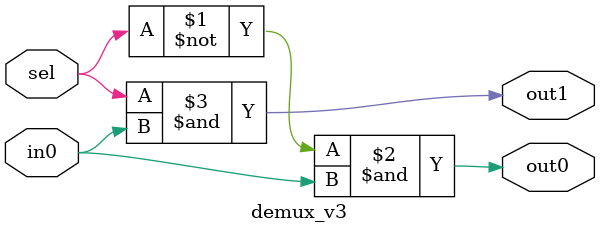
<source format=v>
`timescale 1ns / 1ps


module demux_v3(input sel,
                input in0,
                output out0,
                output out1

    );
    
    and and_gate_0(out0, ~sel, in0);
    and and_gate_1(out1, sel, in0);
endmodule

</source>
